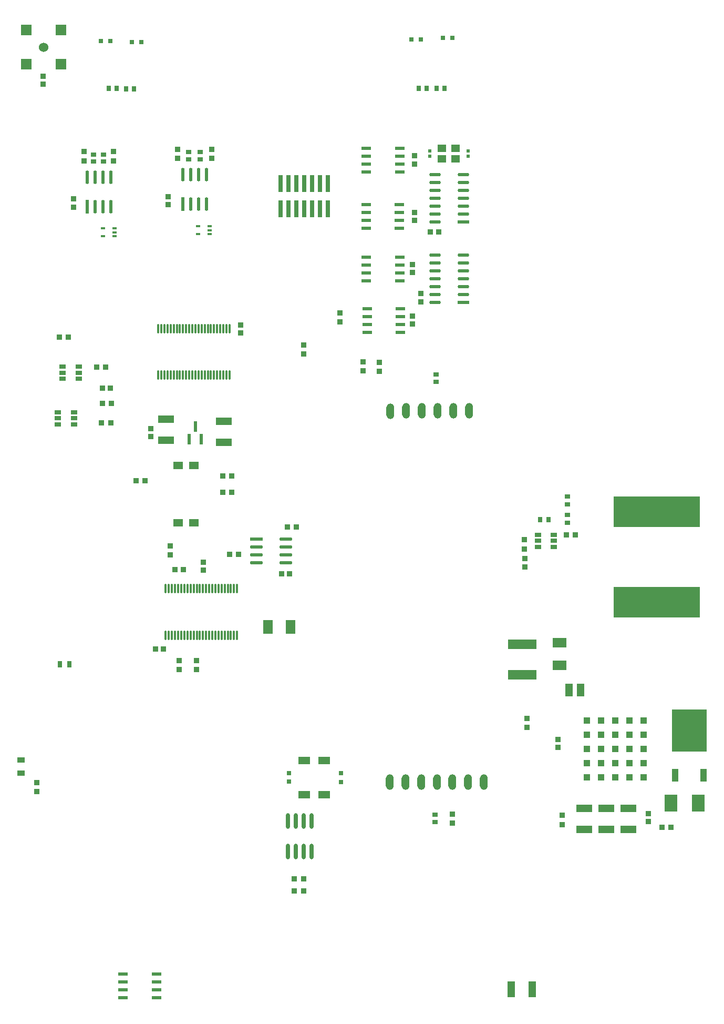
<source format=gtp>
G04*
G04 #@! TF.GenerationSoftware,Altium Limited,Altium Designer,24.1.2 (44)*
G04*
G04 Layer_Color=8421504*
%FSLAX44Y44*%
%MOMM*%
G71*
G04*
G04 #@! TF.SameCoordinates,9E3D1DA3-FC52-4BB6-AAC9-55B28770B0AD*
G04*
G04*
G04 #@! TF.FilePolarity,Positive*
G04*
G01*
G75*
%ADD20R,0.9121X0.9581*%
%ADD21R,0.7400X2.7900*%
G04:AMPARAMS|DCode=22|XSize=1.5mm|YSize=0.3mm|CornerRadius=0.0495mm|HoleSize=0mm|Usage=FLASHONLY|Rotation=90.000|XOffset=0mm|YOffset=0mm|HoleType=Round|Shape=RoundedRectangle|*
%AMROUNDEDRECTD22*
21,1,1.5000,0.2010,0,0,90.0*
21,1,1.4010,0.3000,0,0,90.0*
1,1,0.0990,0.1005,0.7005*
1,1,0.0990,0.1005,-0.7005*
1,1,0.0990,-0.1005,-0.7005*
1,1,0.0990,-0.1005,0.7005*
%
%ADD22ROUNDEDRECTD22*%
%ADD23O,1.2700X2.5400*%
%ADD24R,0.9581X0.9121*%
G04:AMPARAMS|DCode=25|XSize=1.1mm|YSize=0.6mm|CornerRadius=0.051mm|HoleSize=0mm|Usage=FLASHONLY|Rotation=0.000|XOffset=0mm|YOffset=0mm|HoleType=Round|Shape=RoundedRectangle|*
%AMROUNDEDRECTD25*
21,1,1.1000,0.4980,0,0,0.0*
21,1,0.9980,0.6000,0,0,0.0*
1,1,0.1020,0.4990,-0.2490*
1,1,0.1020,-0.4990,-0.2490*
1,1,0.1020,-0.4990,0.2490*
1,1,0.1020,0.4990,0.2490*
%
%ADD25ROUNDEDRECTD25*%
%ADD26R,0.9000X0.8500*%
%ADD27R,0.9000X0.7500*%
%ADD28R,1.2500X2.5000*%
%ADD29R,0.6000X1.8000*%
%ADD30R,0.8500X0.9000*%
%ADD31R,0.8500X0.7000*%
%ADD32R,1.5000X1.3000*%
%ADD33R,0.7556X0.8121*%
%ADD34R,2.5000X1.2500*%
%ADD35R,4.6000X1.5000*%
%ADD36R,1.5200X2.1800*%
%ADD37R,2.1800X1.5200*%
%ADD38R,0.8000X1.0000*%
%ADD39R,1.5500X0.6000*%
%ADD40R,0.7581X0.8121*%
%ADD41R,0.8000X0.8000*%
%ADD42R,0.9500X0.9500*%
%ADD43R,1.4000X1.2000*%
G04:AMPARAMS|DCode=44|XSize=1.8741mm|YSize=0.5421mm|CornerRadius=0.2711mm|HoleSize=0mm|Usage=FLASHONLY|Rotation=180.000|XOffset=0mm|YOffset=0mm|HoleType=Round|Shape=RoundedRectangle|*
%AMROUNDEDRECTD44*
21,1,1.8741,0.0000,0,0,180.0*
21,1,1.3319,0.5421,0,0,180.0*
1,1,0.5421,-0.6660,0.0000*
1,1,0.5421,0.6660,0.0000*
1,1,0.5421,0.6660,0.0000*
1,1,0.5421,-0.6660,0.0000*
%
%ADD44ROUNDEDRECTD44*%
%ADD45R,1.8741X0.5421*%
G04:AMPARAMS|DCode=46|XSize=2.0771mm|YSize=0.5821mm|CornerRadius=0.2911mm|HoleSize=0mm|Usage=FLASHONLY|Rotation=0.000|XOffset=0mm|YOffset=0mm|HoleType=Round|Shape=RoundedRectangle|*
%AMROUNDEDRECTD46*
21,1,2.0771,0.0000,0,0,0.0*
21,1,1.4949,0.5821,0,0,0.0*
1,1,0.5821,0.7475,0.0000*
1,1,0.5821,-0.7475,0.0000*
1,1,0.5821,-0.7475,0.0000*
1,1,0.5821,0.7475,0.0000*
%
%ADD46ROUNDEDRECTD46*%
%ADD47R,2.0771X0.5821*%
%ADD48R,1.3000X0.9000*%
%ADD49R,0.7000X0.7000*%
%ADD50R,0.5200X0.5600*%
%ADD51R,1.0600X1.0600*%
%ADD52R,1.1549X2.1062*%
%ADD53R,1.7399X1.7399*%
%ADD54C,1.5240*%
G04:AMPARAMS|DCode=55|XSize=2.1692mm|YSize=0.5821mm|CornerRadius=0.2911mm|HoleSize=0mm|Usage=FLASHONLY|Rotation=90.000|XOffset=0mm|YOffset=0mm|HoleType=Round|Shape=RoundedRectangle|*
%AMROUNDEDRECTD55*
21,1,2.1692,0.0000,0,0,90.0*
21,1,1.5870,0.5821,0,0,90.0*
1,1,0.5821,0.0000,0.7935*
1,1,0.5821,0.0000,-0.7935*
1,1,0.5821,0.0000,-0.7935*
1,1,0.5821,0.0000,0.7935*
%
%ADD55ROUNDEDRECTD55*%
%ADD56R,0.5821X2.1692*%
%ADD57R,0.9500X0.9500*%
%ADD58R,0.6604X0.3048*%
%ADD59R,2.1590X2.7430*%
%ADD60O,0.7000X2.5000*%
%ADD61R,1.0000X2.0500*%
%ADD62R,5.6500X6.9000*%
%ADD63R,1.9000X1.3000*%
%ADD64R,14.0000X5.0000*%
D20*
X862330Y478948D02*
D03*
Y464408D02*
D03*
X329438Y557880D02*
D03*
Y572420D02*
D03*
X302006Y557626D02*
D03*
Y572166D02*
D03*
X858220Y766628D02*
D03*
Y752088D02*
D03*
X742188Y310326D02*
D03*
Y324866D02*
D03*
X919226Y322992D02*
D03*
Y308452D02*
D03*
X624586Y1038194D02*
D03*
Y1052734D02*
D03*
X598170Y1053496D02*
D03*
Y1038956D02*
D03*
X287274Y742538D02*
D03*
Y757078D02*
D03*
X560832Y1131631D02*
D03*
Y1117092D02*
D03*
X502158Y1080166D02*
D03*
Y1065626D02*
D03*
X72390Y361284D02*
D03*
Y375824D02*
D03*
D21*
X465328Y1299434D02*
D03*
X478028D02*
D03*
X490728D02*
D03*
X503428D02*
D03*
X516128D02*
D03*
X528828D02*
D03*
X541528D02*
D03*
X465328Y1340134D02*
D03*
X478028D02*
D03*
X490728D02*
D03*
X503428D02*
D03*
X516128D02*
D03*
X528828D02*
D03*
X541528D02*
D03*
D22*
X267874Y1031804D02*
D03*
X272874D02*
D03*
X277874D02*
D03*
X282874D02*
D03*
X287874D02*
D03*
X292874D02*
D03*
X297874D02*
D03*
X302874D02*
D03*
X307874D02*
D03*
X312874D02*
D03*
X317874D02*
D03*
X322874D02*
D03*
X327874D02*
D03*
X332874D02*
D03*
X337874D02*
D03*
X342874D02*
D03*
X347874D02*
D03*
X352874D02*
D03*
X357874D02*
D03*
X362874D02*
D03*
X367874D02*
D03*
X372874D02*
D03*
X377874D02*
D03*
X382874D02*
D03*
Y1106804D02*
D03*
X377874D02*
D03*
X372874D02*
D03*
X367874D02*
D03*
X362874D02*
D03*
X357874D02*
D03*
X352874D02*
D03*
X347874D02*
D03*
X342874D02*
D03*
X337874D02*
D03*
X332874D02*
D03*
X327874D02*
D03*
X322874D02*
D03*
X317874D02*
D03*
X312874D02*
D03*
X307874D02*
D03*
X302874D02*
D03*
X297874D02*
D03*
X292874D02*
D03*
X287874D02*
D03*
X282874D02*
D03*
X277874D02*
D03*
X272874D02*
D03*
X267874D02*
D03*
X280066Y613248D02*
D03*
X285066D02*
D03*
X290066D02*
D03*
X295066D02*
D03*
X300066D02*
D03*
X305066D02*
D03*
X310066D02*
D03*
X315066D02*
D03*
X320066D02*
D03*
X325066D02*
D03*
X330066D02*
D03*
X335066D02*
D03*
X340066D02*
D03*
X345066D02*
D03*
X350066D02*
D03*
X355066D02*
D03*
X360066D02*
D03*
X365066D02*
D03*
X370066D02*
D03*
X375066D02*
D03*
X380066D02*
D03*
X385066D02*
D03*
X390066D02*
D03*
X395066D02*
D03*
Y688248D02*
D03*
X390066D02*
D03*
X385066D02*
D03*
X380066D02*
D03*
X375066D02*
D03*
X370066D02*
D03*
X365066D02*
D03*
X360066D02*
D03*
X355066D02*
D03*
X350066D02*
D03*
X345066D02*
D03*
X340066D02*
D03*
X335066D02*
D03*
X330066D02*
D03*
X325066D02*
D03*
X320066D02*
D03*
X315066D02*
D03*
X310066D02*
D03*
X305066D02*
D03*
X300066D02*
D03*
X295066D02*
D03*
X290066D02*
D03*
X285066D02*
D03*
X280066D02*
D03*
D23*
X641069Y376682D02*
D03*
X666389D02*
D03*
X691709D02*
D03*
X717029D02*
D03*
X742348D02*
D03*
X767668D02*
D03*
X792988D02*
D03*
X641858Y973582D02*
D03*
X667368Y974264D02*
D03*
X692687D02*
D03*
X718007D02*
D03*
X743327D02*
D03*
X768646D02*
D03*
D24*
X182920Y1044872D02*
D03*
X168380D02*
D03*
X108434Y1092708D02*
D03*
X122974D02*
D03*
X1079850Y304038D02*
D03*
X1094390D02*
D03*
X177738Y986282D02*
D03*
X192278D02*
D03*
X176784Y954786D02*
D03*
X191324D02*
D03*
X940420Y774344D02*
D03*
X925880D02*
D03*
X371856Y842772D02*
D03*
X386396D02*
D03*
X372206Y869696D02*
D03*
X386746D02*
D03*
X232252Y861822D02*
D03*
X246792D02*
D03*
D25*
X139882Y1045228D02*
D03*
Y1035728D02*
D03*
Y1026228D02*
D03*
X113882D02*
D03*
Y1035728D02*
D03*
Y1045228D02*
D03*
X879764Y755446D02*
D03*
Y764946D02*
D03*
Y774446D02*
D03*
X905764D02*
D03*
Y764946D02*
D03*
Y755446D02*
D03*
X106380Y952652D02*
D03*
Y962152D02*
D03*
Y971652D02*
D03*
X132380D02*
D03*
Y962152D02*
D03*
Y952652D02*
D03*
D26*
X255778Y932792D02*
D03*
Y945792D02*
D03*
X340360Y730654D02*
D03*
Y717654D02*
D03*
X82804Y1499974D02*
D03*
Y1512974D02*
D03*
X680720Y1371704D02*
D03*
Y1384704D02*
D03*
X681228Y1281026D02*
D03*
Y1294026D02*
D03*
X1057656Y313032D02*
D03*
Y326032D02*
D03*
X912368Y445666D02*
D03*
Y432667D02*
D03*
X283718Y1306426D02*
D03*
Y1319426D02*
D03*
X131318Y1302212D02*
D03*
Y1315212D02*
D03*
X858982Y736140D02*
D03*
Y723140D02*
D03*
X400558Y1099312D02*
D03*
Y1112312D02*
D03*
X677926Y1114148D02*
D03*
Y1127148D02*
D03*
Y1196698D02*
D03*
Y1209698D02*
D03*
X691388Y1149962D02*
D03*
Y1162962D02*
D03*
D27*
X927562Y806506D02*
D03*
Y794506D02*
D03*
Y836066D02*
D03*
Y824066D02*
D03*
D28*
X870440Y43434D02*
D03*
X836440D02*
D03*
D29*
X327508Y948878D02*
D03*
X337008Y928878D02*
D03*
X318008D02*
D03*
D30*
X191158Y1010920D02*
D03*
X178158D02*
D03*
X295252Y719074D02*
D03*
X308252D02*
D03*
X466806Y711962D02*
D03*
X479806D02*
D03*
X263607Y590804D02*
D03*
X276606D02*
D03*
X719629Y1262380D02*
D03*
X706628D02*
D03*
D31*
X713740Y312512D02*
D03*
Y324012D02*
D03*
X716026Y1032764D02*
D03*
Y1021264D02*
D03*
X335288Y1390860D02*
D03*
Y1379360D02*
D03*
X317000Y1390860D02*
D03*
Y1379360D02*
D03*
X163584Y1387002D02*
D03*
Y1375502D02*
D03*
X179332Y1387002D02*
D03*
Y1375502D02*
D03*
D32*
X300228Y886232D02*
D03*
X325628D02*
D03*
Y794232D02*
D03*
X300228D02*
D03*
D33*
X882963Y799490D02*
D03*
X896469D02*
D03*
D34*
X373380Y957308D02*
D03*
Y923308D02*
D03*
X1025652Y334500D02*
D03*
Y300500D02*
D03*
X990092Y334500D02*
D03*
Y300500D02*
D03*
X954532Y334500D02*
D03*
Y300500D02*
D03*
X280162Y960610D02*
D03*
Y926610D02*
D03*
D35*
X854710Y598540D02*
D03*
Y549540D02*
D03*
D36*
X444647Y626618D02*
D03*
X481437D02*
D03*
D37*
X914908Y601071D02*
D03*
Y564281D02*
D03*
D38*
X124848Y566420D02*
D03*
X109848D02*
D03*
D39*
X602920Y1358392D02*
D03*
Y1371092D02*
D03*
Y1383792D02*
D03*
Y1396492D02*
D03*
X656920D02*
D03*
Y1383792D02*
D03*
Y1371092D02*
D03*
Y1358392D02*
D03*
X602666Y1268222D02*
D03*
Y1280922D02*
D03*
Y1293622D02*
D03*
Y1306322D02*
D03*
X656666D02*
D03*
Y1293622D02*
D03*
Y1280922D02*
D03*
Y1268222D02*
D03*
X604444Y1100582D02*
D03*
Y1113282D02*
D03*
Y1125982D02*
D03*
Y1138682D02*
D03*
X658444D02*
D03*
Y1125982D02*
D03*
Y1113282D02*
D03*
Y1100582D02*
D03*
X210998Y67564D02*
D03*
Y54864D02*
D03*
Y42164D02*
D03*
Y29464D02*
D03*
X264998D02*
D03*
Y42164D02*
D03*
Y54864D02*
D03*
Y67564D02*
D03*
X603428Y1183132D02*
D03*
Y1195832D02*
D03*
Y1208532D02*
D03*
Y1221232D02*
D03*
X657428D02*
D03*
Y1208532D02*
D03*
Y1195832D02*
D03*
Y1183132D02*
D03*
D40*
X716788Y1493266D02*
D03*
X729328D02*
D03*
X188294Y1493012D02*
D03*
X200834D02*
D03*
X229028Y1492758D02*
D03*
X216488D02*
D03*
X687912Y1493012D02*
D03*
X700452D02*
D03*
D41*
X727068Y1574800D02*
D03*
X742068D02*
D03*
X175634Y1569720D02*
D03*
X190634D02*
D03*
X225672Y1568196D02*
D03*
X240672D02*
D03*
X690760Y1572514D02*
D03*
X675760D02*
D03*
D42*
X475862Y787400D02*
D03*
X490862D02*
D03*
X382644Y742950D02*
D03*
X397644D02*
D03*
X502038Y201676D02*
D03*
X487038D02*
D03*
X502038Y220980D02*
D03*
X487038D02*
D03*
D43*
X746838Y1396864D02*
D03*
X724838D02*
D03*
Y1379864D02*
D03*
X746838D02*
D03*
D44*
X713740Y1149096D02*
D03*
Y1161796D02*
D03*
Y1174496D02*
D03*
Y1187196D02*
D03*
Y1199896D02*
D03*
Y1212596D02*
D03*
Y1225296D02*
D03*
X760061D02*
D03*
Y1212596D02*
D03*
Y1199896D02*
D03*
Y1187196D02*
D03*
Y1174496D02*
D03*
Y1161796D02*
D03*
X713740Y1278636D02*
D03*
Y1291336D02*
D03*
Y1304036D02*
D03*
Y1316736D02*
D03*
Y1329436D02*
D03*
Y1342136D02*
D03*
Y1354836D02*
D03*
X760061D02*
D03*
Y1342136D02*
D03*
Y1329436D02*
D03*
Y1316736D02*
D03*
Y1304036D02*
D03*
Y1291336D02*
D03*
D45*
Y1149096D02*
D03*
Y1278636D02*
D03*
D46*
X473255Y767588D02*
D03*
Y754888D02*
D03*
Y742188D02*
D03*
Y729488D02*
D03*
X425905D02*
D03*
Y742188D02*
D03*
Y754888D02*
D03*
D47*
Y767588D02*
D03*
D48*
X47244Y391496D02*
D03*
Y412496D02*
D03*
D49*
X562102Y376794D02*
D03*
Y390794D02*
D03*
X478282Y377302D02*
D03*
Y391302D02*
D03*
D50*
X767080Y1392264D02*
D03*
Y1384464D02*
D03*
X705358D02*
D03*
Y1392264D02*
D03*
D51*
X958730Y452882D02*
D03*
X1050330Y384182D02*
D03*
X1027430D02*
D03*
X1004530D02*
D03*
X981630D02*
D03*
X958730D02*
D03*
X1050330Y407082D02*
D03*
X1027430D02*
D03*
X1004530D02*
D03*
X981630D02*
D03*
X958730D02*
D03*
X1050330Y429982D02*
D03*
X1027430D02*
D03*
X1004530D02*
D03*
X981630D02*
D03*
X958730D02*
D03*
X1050330Y452882D02*
D03*
X1027430D02*
D03*
X1004530D02*
D03*
X981630D02*
D03*
X1050330Y475782D02*
D03*
X1027430D02*
D03*
X1004530D02*
D03*
X981630D02*
D03*
X958730D02*
D03*
D52*
X929781Y525018D02*
D03*
X948294D02*
D03*
D53*
X55562Y1587563D02*
D03*
X111061D02*
D03*
Y1532064D02*
D03*
X55562D02*
D03*
D54*
X83312Y1559814D02*
D03*
D55*
X307340Y1354342D02*
D03*
X320040D02*
D03*
X332740D02*
D03*
X345440D02*
D03*
Y1307070D02*
D03*
X332740D02*
D03*
X320040D02*
D03*
X165862Y1302766D02*
D03*
X178562D02*
D03*
X191262D02*
D03*
Y1350038D02*
D03*
X178562D02*
D03*
X165862D02*
D03*
X153162D02*
D03*
D56*
X307340Y1307070D02*
D03*
X153162Y1302766D02*
D03*
D57*
X354076Y1395610D02*
D03*
Y1380610D02*
D03*
X195580Y1391752D02*
D03*
Y1376752D02*
D03*
X148336Y1391752D02*
D03*
Y1376752D02*
D03*
X299212Y1395610D02*
D03*
Y1380610D02*
D03*
D58*
X179214Y1255118D02*
D03*
Y1268118D02*
D03*
X197214D02*
D03*
Y1261618D02*
D03*
Y1255118D02*
D03*
X332376Y1258674D02*
D03*
Y1271674D02*
D03*
X350376D02*
D03*
Y1265174D02*
D03*
Y1258674D02*
D03*
D59*
X1093976Y342392D02*
D03*
X1138176D02*
D03*
D60*
X477012Y265060D02*
D03*
X489712D02*
D03*
X502412D02*
D03*
X515112D02*
D03*
X477012Y314060D02*
D03*
X489712D02*
D03*
X502412D02*
D03*
X515112D02*
D03*
D61*
X1100896Y387740D02*
D03*
X1146496D02*
D03*
D62*
X1123696Y459740D02*
D03*
D63*
X535178Y356616D02*
D03*
X503178D02*
D03*
X535178Y411616D02*
D03*
X503178D02*
D03*
D64*
X1071118Y811530D02*
D03*
Y666530D02*
D03*
M02*

</source>
